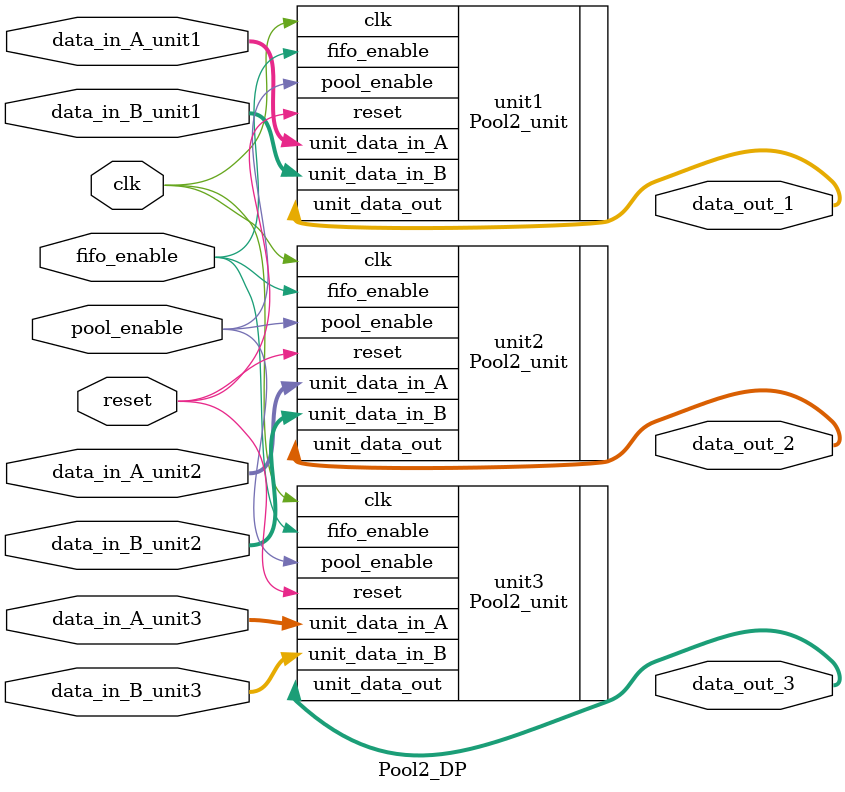
<source format=v>
`timescale 1ns / 1ps

module Pool2_DP #(parameter ARITH_TYPE = 1, DATA_WIDTH          = 32,
                             /////////////////////////////////////
	                         IFM_SIZE              = 14,                                                
                             IFM_DEPTH             = 3,
							 KERNAL_SIZE           = 2,
							 NUMBER_OF_UNITS       = 3,
		                     //////////////////////////////////////
		                     NUMBER_OF_IFM           = IFM_DEPTH,
							 IFM_SIZE_NEXT           = (IFM_SIZE - KERNAL_SIZE)/2 + 1,
                             ADDRESS_SIZE_IFM        = $clog2(IFM_SIZE*IFM_SIZE),
                             ADDRESS_SIZE_NEXT_IFM   = $clog2(IFM_SIZE_NEXT*IFM_SIZE_NEXT),     
                             FIFO_SIZE               = (KERNAL_SIZE-1)*IFM_SIZE + KERNAL_SIZE)
	(
	input clk,
	input reset,
	
	input fifo_enable,
	input pool_enable,
	
	input [DATA_WIDTH-1:0] data_in_A_unit1,
	input [DATA_WIDTH-1:0] data_in_B_unit1,
	input [DATA_WIDTH-1:0] data_in_A_unit2,
	input [DATA_WIDTH-1:0] data_in_B_unit2,
	input [DATA_WIDTH-1:0] data_in_A_unit3,
	input [DATA_WIDTH-1:0] data_in_B_unit3,
	
	output [DATA_WIDTH-1:0] data_out_1,
	output [DATA_WIDTH-1:0] data_out_2,
	output [DATA_WIDTH-1:0] data_out_3
    );
////////////////////////Signal declaration/////////////////
		

    Pool2_unit #(.DATA_WIDTH(DATA_WIDTH), .ARITH_TYPE(ARITH_TYPE), .IFM_SIZE(IFM_SIZE), .IFM_DEPTH(IFM_DEPTH))
    unit1(
    .clk(clk),
	.reset(reset),
	.unit_data_in_A(data_in_A_unit1),
	.unit_data_in_B(data_in_B_unit1),
	.fifo_enable(fifo_enable),
	.pool_enable(pool_enable),
    .unit_data_out(data_out_1)
    );
	
	Pool2_unit #(.DATA_WIDTH(DATA_WIDTH), .ARITH_TYPE(ARITH_TYPE), .IFM_SIZE(IFM_SIZE), .IFM_DEPTH(IFM_DEPTH))
    unit2(
    .clk(clk),
	.reset(reset),
	.unit_data_in_A(data_in_A_unit2),
	.unit_data_in_B(data_in_B_unit2),
	.fifo_enable(fifo_enable),
	.pool_enable(pool_enable),
    .unit_data_out(data_out_2)
    );
    
    Pool2_unit #(.DATA_WIDTH(DATA_WIDTH), .ARITH_TYPE(ARITH_TYPE), .IFM_SIZE(IFM_SIZE), .IFM_DEPTH(IFM_DEPTH))
    unit3(
    .clk(clk),
	.reset(reset),
	.unit_data_in_A(data_in_A_unit3),
	.unit_data_in_B(data_in_B_unit3),
	.fifo_enable(fifo_enable),
	.pool_enable(pool_enable),
    .unit_data_out(data_out_3)
    );
    
endmodule

</source>
